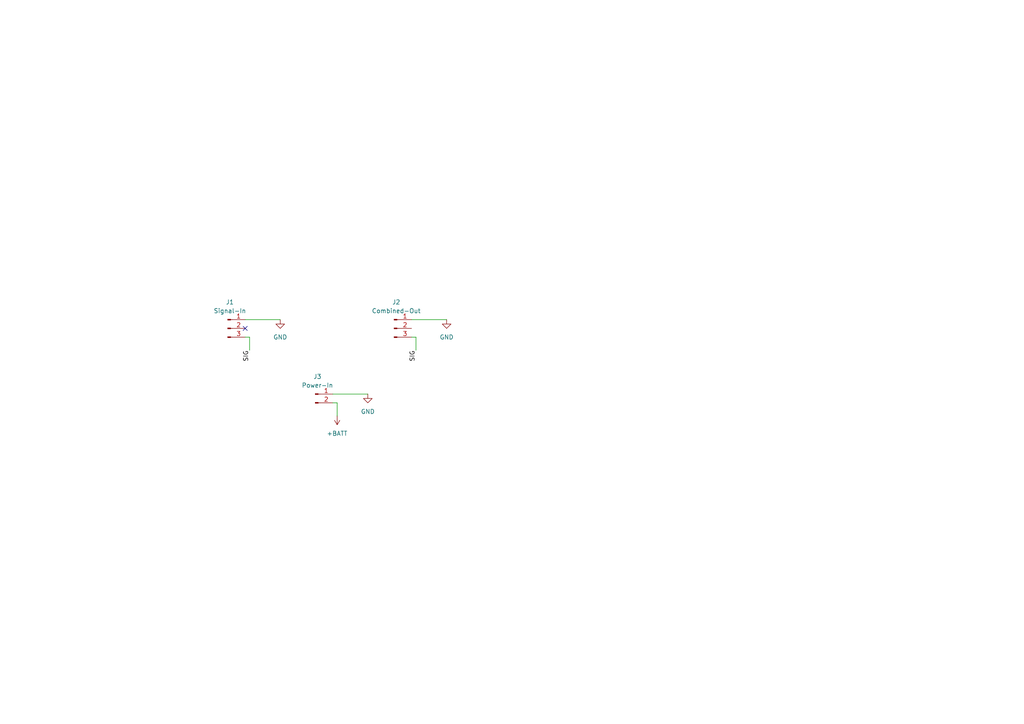
<source format=kicad_sch>
(kicad_sch (version 20231120) (generator "eeschema") (generator_version "8.0")
  (paper "A4")
  (lib_symbols
    (symbol "Connector:Conn_01x02_Pin" (pin_names (offset 1.016) hide)
      (property "Reference" "J" (at 0 2.54 0))
      (property "Value" "Conn_01x02_Pin" (at 0 -5.08 0))
      (symbol "Conn_01x02_Pin_1_1"
        (polyline (pts (xy 1.27 -2.54) (xy 0.8636 -2.54)) (stroke (width 0.1524)))
        (polyline (pts (xy 1.27 0) (xy 0.8636 0)) (stroke (width 0.1524)))
        (rectangle (start 0.8636 -2.413) (end 0 -2.667) (stroke (width 0.1524)) (fill (type outline)))
        (rectangle (start 0.8636 0.127) (end 0 -0.127) (stroke (width 0.1524)) (fill (type outline)))
        (pin passive line (at 5.08 0 180) (length 3.81) (name "Pin_1") (number "1"))
        (pin passive line (at 5.08 -2.54 180) (length 3.81) (name "Pin_2") (number "2"))
      )
    )
    (symbol "Connector:Conn_01x03_Pin" (pin_names (offset 1.016) hide)
      (property "Reference" "J" (at 0 5.08 0))
      (property "Value" "Conn_01x03_Pin" (at 0 -5.08 0))
      (symbol "Conn_01x03_Pin_1_1"
        (polyline (pts (xy 1.27 -2.54) (xy 0.8636 -2.54)) (stroke (width 0.1524)))
        (polyline (pts (xy 1.27 0) (xy 0.8636 0)) (stroke (width 0.1524)))
        (polyline (pts (xy 1.27 2.54) (xy 0.8636 2.54)) (stroke (width 0.1524)))
        (rectangle (start 0.8636 -2.413) (end 0 -2.667) (stroke (width 0.1524)) (fill (type outline)))
        (rectangle (start 0.8636 0.127) (end 0 -0.127) (stroke (width 0.1524)) (fill (type outline)))
        (rectangle (start 0.8636 2.667) (end 0 2.413) (stroke (width 0.1524)) (fill (type outline)))
        (pin passive line (at 5.08 2.54 180) (length 3.81) (name "Pin_1") (number "1"))
        (pin passive line (at 5.08 0 180) (length 3.81) (name "Pin_2") (number "2"))
        (pin passive line (at 5.08 -2.54 180) (length 3.81) (name "Pin_3") (number "3"))
      )
    )
    (symbol "power:+BATT" (power) (pin_numbers hide) (pin_names (offset 0) hide)
      (property "Value" "+BATT" (at 0 3.556 0))
      (symbol "+BATT_0_1"
        (polyline (pts (xy -0.762 1.27) (xy 0 2.54)))
        (polyline (pts (xy 0 0) (xy 0 2.54)))
        (polyline (pts (xy 0 2.54) (xy 0.762 1.27)))
      )
      (symbol "+BATT_1_1"
        (pin power_in line (at 0 0 90) (length 0) (name "~") (number "1"))
      )
    )
    (symbol "power:GND" (power) (pin_numbers hide) (pin_names (offset 0) hide)
      (property "Value" "GND" (at 0 -3.81 0))
      (symbol "GND_0_1"
        (polyline (pts (xy 0 0) (xy 0 -1.27) (xy 1.27 -1.27) (xy 0 -2.54) (xy -1.27 -1.27) (xy 0 -1.27)))
      )
      (symbol "GND_1_1"
        (pin power_in line (at 0 0 270) (length 0) (name "~") (number "1"))
      )
    )
  )
  (no_connect (at 71.12 95.25))
  (wire (pts (xy 96.52 116.84) (xy 97.79 116.84)))
  (wire (pts (xy 71.12 92.71) (xy 81.28 92.71)))
  (wire (pts (xy 120.65 97.79) (xy 119.38 97.79)))
  (wire (pts (xy 96.52 114.3) (xy 106.68 114.3)))
  (wire (pts (xy 72.39 97.79) (xy 71.12 97.79)))
  (wire (pts (xy 120.65 101.6) (xy 120.65 97.79)))
  (wire (pts (xy 72.39 101.6) (xy 72.39 97.79)))
  (wire (pts (xy 119.38 92.71) (xy 129.54 92.71)))
  (wire (pts (xy 97.79 116.84) (xy 97.79 120.65)))
  (label "SIG" (at 72.39 101.6 270))
  (label "SIG" (at 120.65 101.6 270))
  (symbol (lib_id "Connector:Conn_01x03_Pin") (at 66.04 95.25 0) (unit 1)
    (property "Reference" "J1" (at 66.675 87.63 0))
    (property "Value" "Signal-In" (at 66.675 90.17 0))
    (property "Footprint" "TerminalBlock_Phoenix:TerminalBlock_Phoenix_PTSM-0,5-3-2,5-V-SMD_1x03-1MP_P2.50mm_Vertical" (effects (hide yes)))
    (property "Description" "Generic connector, single row, 01x03, script generated" (effects (hide yes)))
  )
  (symbol (lib_id "power:GND") (at 81.28 92.71 0) (unit 1)
    (property "Reference" "#PWR01" (effects (hide yes)))
    (property "Value" "GND" (at 81.28 97.79 0))
    (property "Description" "Power symbol creates a global label with name \"GND\" , ground" (effects (hide yes)))
  )
  (symbol (lib_id "Connector:Conn_01x02_Pin") (at 91.44 114.3 0) (unit 1)
    (property "Reference" "J3" (at 92.075 109.22 0))
    (property "Value" "Power-In" (at 92.075 111.76 0))
    (property "Footprint" "TerminalBlock_Phoenix:TerminalBlock_Phoenix_PTSM-0,5-2-2,5-V-SMD_1x02-1MP_P2.50mm_Vertical" (effects (hide yes)))
    (property "Description" "Generic connector, single row, 01x02, script generated" (effects (hide yes)))
  )
  (symbol (lib_id "Connector:Conn_01x03_Pin") (at 114.3 95.25 0) (unit 1)
    (property "Reference" "J2" (at 114.935 87.63 0))
    (property "Value" "Combined-Out" (at 114.935 90.17 0))
    (property "Footprint" "TerminalBlock_Phoenix:TerminalBlock_Phoenix_PTSM-0,5-3-2,5-V-SMD_1x03-1MP_P2.50mm_Vertical" (effects (hide yes)))
    (property "Description" "Generic connector, single row, 01x03, script generated" (effects (hide yes)))
  )
  (symbol (lib_id "power:GND") (at 106.68 114.3 0) (unit 1)
    (property "Reference" "#PWR03" (effects (hide yes)))
    (property "Value" "GND" (at 106.68 119.38 0))
    (property "Description" "Power symbol creates a global label with name \"GND\" , ground" (effects (hide yes)))
  )
  (symbol (lib_id "power:+BATT") (at 97.79 120.65 180) (unit 1)
    (property "Reference" "#PWR04" (effects (hide yes)))
    (property "Value" "+BATT" (at 97.79 125.73 0))
    (property "Description" "Power symbol creates a global label with name \"+BATT\"" (effects (hide yes)))
  )
  (symbol (lib_id "power:GND") (at 129.54 92.71 0) (unit 1)
    (property "Reference" "#PWR02" (effects (hide yes)))
    (property "Value" "GND" (at 129.54 97.79 0))
    (property "Description" "Power symbol creates a global label with name \"GND\" , ground" (effects (hide yes)))
  )
)
</source>
